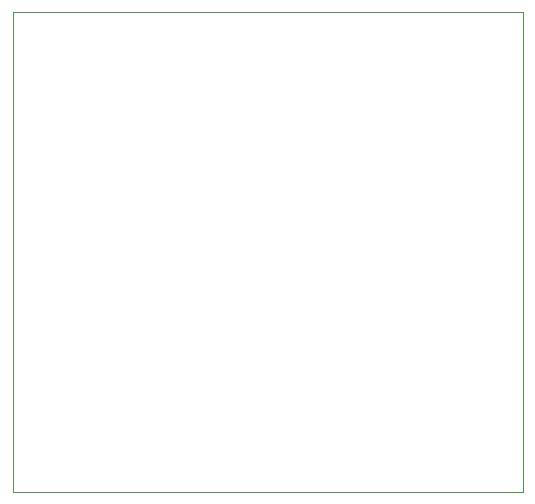
<source format=gko>
G75*
%MOIN*%
%OFA0B0*%
%FSLAX25Y25*%
%IPPOS*%
%LPD*%
%AMOC8*
5,1,8,0,0,1.08239X$1,22.5*
%
%ADD10C,0.00000*%
D10*
X0001000Y0001000D02*
X0001000Y0161000D01*
X0171000Y0161000D01*
X0171000Y0001000D01*
X0001000Y0001000D01*
M02*

</source>
